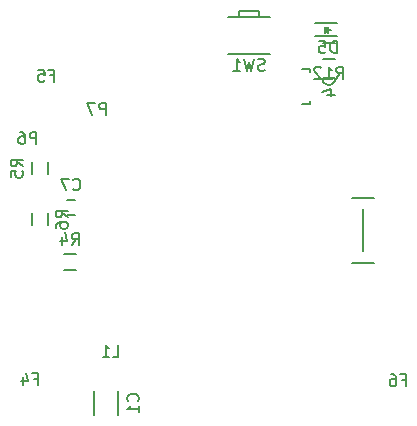
<source format=gbo>
G04 #@! TF.FileFunction,Legend,Bot*
%FSLAX46Y46*%
G04 Gerber Fmt 4.6, Leading zero omitted, Abs format (unit mm)*
G04 Created by KiCad (PCBNEW 4.0.1-stable) date Tuesday, May 24, 2016 'PMt' 11:55:59 PM*
%MOMM*%
G01*
G04 APERTURE LIST*
%ADD10C,0.100000*%
%ADD11C,0.150000*%
G04 APERTURE END LIST*
D10*
D11*
X138945000Y-121650000D02*
X138945000Y-123650000D01*
X136895000Y-123650000D02*
X136895000Y-121650000D01*
X135290000Y-105480000D02*
X134590000Y-105480000D01*
X134590000Y-106680000D02*
X135290000Y-106680000D01*
X155191000Y-94540840D02*
X155191000Y-94589100D01*
X154489960Y-97339820D02*
X155191000Y-97339820D01*
X155191000Y-97339820D02*
X155191000Y-97090900D01*
X155191000Y-94540840D02*
X155191000Y-94340180D01*
X155191000Y-94340180D02*
X154489960Y-94340180D01*
X155580000Y-90500000D02*
X157480000Y-90500000D01*
X155580000Y-91600000D02*
X157480000Y-91600000D01*
X156480000Y-91050000D02*
X156930000Y-91050000D01*
X156430000Y-91300000D02*
X156430000Y-90800000D01*
X156430000Y-91050000D02*
X156680000Y-91300000D01*
X156680000Y-91300000D02*
X156680000Y-90800000D01*
X156680000Y-90800000D02*
X156430000Y-91050000D01*
X158725000Y-105240000D02*
X160575000Y-105240000D01*
X158725000Y-110760000D02*
X160575000Y-110760000D01*
X159650000Y-109800000D02*
X159650000Y-106200000D01*
X134340000Y-111365000D02*
X135340000Y-111365000D01*
X135340000Y-110015000D02*
X134340000Y-110015000D01*
X132955000Y-103260000D02*
X132955000Y-102260000D01*
X131605000Y-102260000D02*
X131605000Y-103260000D01*
X131615000Y-106590000D02*
X131615000Y-107590000D01*
X132965000Y-107590000D02*
X132965000Y-106590000D01*
X157260000Y-92155000D02*
X156260000Y-92155000D01*
X156260000Y-93505000D02*
X157260000Y-93505000D01*
X150840000Y-89985000D02*
X150840000Y-89435000D01*
X150840000Y-89435000D02*
X149140000Y-89435000D01*
X149140000Y-89435000D02*
X149140000Y-89985000D01*
X148240000Y-93085000D02*
X151740000Y-93085000D01*
X151740000Y-89985000D02*
X148240000Y-89985000D01*
X162953333Y-120688571D02*
X163286667Y-120688571D01*
X163286667Y-121212381D02*
X163286667Y-120212381D01*
X162810476Y-120212381D01*
X162000952Y-120212381D02*
X162191429Y-120212381D01*
X162286667Y-120260000D01*
X162334286Y-120307619D01*
X162429524Y-120450476D01*
X162477143Y-120640952D01*
X162477143Y-121021905D01*
X162429524Y-121117143D01*
X162381905Y-121164762D01*
X162286667Y-121212381D01*
X162096190Y-121212381D01*
X162000952Y-121164762D01*
X161953333Y-121117143D01*
X161905714Y-121021905D01*
X161905714Y-120783810D01*
X161953333Y-120688571D01*
X162000952Y-120640952D01*
X162096190Y-120593333D01*
X162286667Y-120593333D01*
X162381905Y-120640952D01*
X162429524Y-120688571D01*
X162477143Y-120783810D01*
X133163333Y-94898571D02*
X133496667Y-94898571D01*
X133496667Y-95422381D02*
X133496667Y-94422381D01*
X133020476Y-94422381D01*
X132163333Y-94422381D02*
X132639524Y-94422381D01*
X132687143Y-94898571D01*
X132639524Y-94850952D01*
X132544286Y-94803333D01*
X132306190Y-94803333D01*
X132210952Y-94850952D01*
X132163333Y-94898571D01*
X132115714Y-94993810D01*
X132115714Y-95231905D01*
X132163333Y-95327143D01*
X132210952Y-95374762D01*
X132306190Y-95422381D01*
X132544286Y-95422381D01*
X132639524Y-95374762D01*
X132687143Y-95327143D01*
X131793333Y-120588571D02*
X132126667Y-120588571D01*
X132126667Y-121112381D02*
X132126667Y-120112381D01*
X131650476Y-120112381D01*
X130840952Y-120445714D02*
X130840952Y-121112381D01*
X131079048Y-120064762D02*
X131317143Y-120779048D01*
X130698095Y-120779048D01*
X140577143Y-122483334D02*
X140624762Y-122435715D01*
X140672381Y-122292858D01*
X140672381Y-122197620D01*
X140624762Y-122054762D01*
X140529524Y-121959524D01*
X140434286Y-121911905D01*
X140243810Y-121864286D01*
X140100952Y-121864286D01*
X139910476Y-121911905D01*
X139815238Y-121959524D01*
X139720000Y-122054762D01*
X139672381Y-122197620D01*
X139672381Y-122292858D01*
X139720000Y-122435715D01*
X139767619Y-122483334D01*
X140672381Y-123435715D02*
X140672381Y-122864286D01*
X140672381Y-123150000D02*
X139672381Y-123150000D01*
X139815238Y-123054762D01*
X139910476Y-122959524D01*
X139958095Y-122864286D01*
X135106666Y-104537143D02*
X135154285Y-104584762D01*
X135297142Y-104632381D01*
X135392380Y-104632381D01*
X135535238Y-104584762D01*
X135630476Y-104489524D01*
X135678095Y-104394286D01*
X135725714Y-104203810D01*
X135725714Y-104060952D01*
X135678095Y-103870476D01*
X135630476Y-103775238D01*
X135535238Y-103680000D01*
X135392380Y-103632381D01*
X135297142Y-103632381D01*
X135154285Y-103680000D01*
X135106666Y-103727619D01*
X134773333Y-103632381D02*
X134106666Y-103632381D01*
X134535238Y-104632381D01*
X157243141Y-95101905D02*
X156243141Y-95101905D01*
X156243141Y-95340000D01*
X156290760Y-95482858D01*
X156385998Y-95578096D01*
X156481236Y-95625715D01*
X156671712Y-95673334D01*
X156814570Y-95673334D01*
X157005046Y-95625715D01*
X157100284Y-95578096D01*
X157195522Y-95482858D01*
X157243141Y-95340000D01*
X157243141Y-95101905D01*
X156576474Y-96530477D02*
X157243141Y-96530477D01*
X156195522Y-96292381D02*
X156909808Y-96054286D01*
X156909808Y-96673334D01*
X157418095Y-93002381D02*
X157418095Y-92002381D01*
X157180000Y-92002381D01*
X157037142Y-92050000D01*
X156941904Y-92145238D01*
X156894285Y-92240476D01*
X156846666Y-92430952D01*
X156846666Y-92573810D01*
X156894285Y-92764286D01*
X156941904Y-92859524D01*
X157037142Y-92954762D01*
X157180000Y-93002381D01*
X157418095Y-93002381D01*
X155941904Y-92002381D02*
X156418095Y-92002381D01*
X156465714Y-92478571D01*
X156418095Y-92430952D01*
X156322857Y-92383333D01*
X156084761Y-92383333D01*
X155989523Y-92430952D01*
X155941904Y-92478571D01*
X155894285Y-92573810D01*
X155894285Y-92811905D01*
X155941904Y-92907143D01*
X155989523Y-92954762D01*
X156084761Y-93002381D01*
X156322857Y-93002381D01*
X156418095Y-92954762D01*
X156465714Y-92907143D01*
X138465726Y-118713621D02*
X138941917Y-118713621D01*
X138941917Y-117713621D01*
X137608583Y-118713621D02*
X138180012Y-118713621D01*
X137894298Y-118713621D02*
X137894298Y-117713621D01*
X137989536Y-117856478D01*
X138084774Y-117951716D01*
X138180012Y-117999335D01*
X131998095Y-100692381D02*
X131998095Y-99692381D01*
X131617142Y-99692381D01*
X131521904Y-99740000D01*
X131474285Y-99787619D01*
X131426666Y-99882857D01*
X131426666Y-100025714D01*
X131474285Y-100120952D01*
X131521904Y-100168571D01*
X131617142Y-100216190D01*
X131998095Y-100216190D01*
X130569523Y-99692381D02*
X130760000Y-99692381D01*
X130855238Y-99740000D01*
X130902857Y-99787619D01*
X130998095Y-99930476D01*
X131045714Y-100120952D01*
X131045714Y-100501905D01*
X130998095Y-100597143D01*
X130950476Y-100644762D01*
X130855238Y-100692381D01*
X130664761Y-100692381D01*
X130569523Y-100644762D01*
X130521904Y-100597143D01*
X130474285Y-100501905D01*
X130474285Y-100263810D01*
X130521904Y-100168571D01*
X130569523Y-100120952D01*
X130664761Y-100073333D01*
X130855238Y-100073333D01*
X130950476Y-100120952D01*
X130998095Y-100168571D01*
X131045714Y-100263810D01*
X137888095Y-98252381D02*
X137888095Y-97252381D01*
X137507142Y-97252381D01*
X137411904Y-97300000D01*
X137364285Y-97347619D01*
X137316666Y-97442857D01*
X137316666Y-97585714D01*
X137364285Y-97680952D01*
X137411904Y-97728571D01*
X137507142Y-97776190D01*
X137888095Y-97776190D01*
X136983333Y-97252381D02*
X136316666Y-97252381D01*
X136745238Y-98252381D01*
X135006666Y-109242381D02*
X135340000Y-108766190D01*
X135578095Y-109242381D02*
X135578095Y-108242381D01*
X135197142Y-108242381D01*
X135101904Y-108290000D01*
X135054285Y-108337619D01*
X135006666Y-108432857D01*
X135006666Y-108575714D01*
X135054285Y-108670952D01*
X135101904Y-108718571D01*
X135197142Y-108766190D01*
X135578095Y-108766190D01*
X134149523Y-108575714D02*
X134149523Y-109242381D01*
X134387619Y-108194762D02*
X134625714Y-108909048D01*
X134006666Y-108909048D01*
X130832381Y-102593334D02*
X130356190Y-102260000D01*
X130832381Y-102021905D02*
X129832381Y-102021905D01*
X129832381Y-102402858D01*
X129880000Y-102498096D01*
X129927619Y-102545715D01*
X130022857Y-102593334D01*
X130165714Y-102593334D01*
X130260952Y-102545715D01*
X130308571Y-102498096D01*
X130356190Y-102402858D01*
X130356190Y-102021905D01*
X129832381Y-103498096D02*
X129832381Y-103021905D01*
X130308571Y-102974286D01*
X130260952Y-103021905D01*
X130213333Y-103117143D01*
X130213333Y-103355239D01*
X130260952Y-103450477D01*
X130308571Y-103498096D01*
X130403810Y-103545715D01*
X130641905Y-103545715D01*
X130737143Y-103498096D01*
X130784762Y-103450477D01*
X130832381Y-103355239D01*
X130832381Y-103117143D01*
X130784762Y-103021905D01*
X130737143Y-102974286D01*
X134642381Y-106923334D02*
X134166190Y-106590000D01*
X134642381Y-106351905D02*
X133642381Y-106351905D01*
X133642381Y-106732858D01*
X133690000Y-106828096D01*
X133737619Y-106875715D01*
X133832857Y-106923334D01*
X133975714Y-106923334D01*
X134070952Y-106875715D01*
X134118571Y-106828096D01*
X134166190Y-106732858D01*
X134166190Y-106351905D01*
X133642381Y-107780477D02*
X133642381Y-107590000D01*
X133690000Y-107494762D01*
X133737619Y-107447143D01*
X133880476Y-107351905D01*
X134070952Y-107304286D01*
X134451905Y-107304286D01*
X134547143Y-107351905D01*
X134594762Y-107399524D01*
X134642381Y-107494762D01*
X134642381Y-107685239D01*
X134594762Y-107780477D01*
X134547143Y-107828096D01*
X134451905Y-107875715D01*
X134213810Y-107875715D01*
X134118571Y-107828096D01*
X134070952Y-107780477D01*
X134023333Y-107685239D01*
X134023333Y-107494762D01*
X134070952Y-107399524D01*
X134118571Y-107351905D01*
X134213810Y-107304286D01*
X157402857Y-95182381D02*
X157736191Y-94706190D01*
X157974286Y-95182381D02*
X157974286Y-94182381D01*
X157593333Y-94182381D01*
X157498095Y-94230000D01*
X157450476Y-94277619D01*
X157402857Y-94372857D01*
X157402857Y-94515714D01*
X157450476Y-94610952D01*
X157498095Y-94658571D01*
X157593333Y-94706190D01*
X157974286Y-94706190D01*
X156450476Y-95182381D02*
X157021905Y-95182381D01*
X156736191Y-95182381D02*
X156736191Y-94182381D01*
X156831429Y-94325238D01*
X156926667Y-94420476D01*
X157021905Y-94468095D01*
X156069524Y-94277619D02*
X156021905Y-94230000D01*
X155926667Y-94182381D01*
X155688571Y-94182381D01*
X155593333Y-94230000D01*
X155545714Y-94277619D01*
X155498095Y-94372857D01*
X155498095Y-94468095D01*
X155545714Y-94610952D01*
X156117143Y-95182381D01*
X155498095Y-95182381D01*
X151323333Y-94439762D02*
X151180476Y-94487381D01*
X150942380Y-94487381D01*
X150847142Y-94439762D01*
X150799523Y-94392143D01*
X150751904Y-94296905D01*
X150751904Y-94201667D01*
X150799523Y-94106429D01*
X150847142Y-94058810D01*
X150942380Y-94011190D01*
X151132857Y-93963571D01*
X151228095Y-93915952D01*
X151275714Y-93868333D01*
X151323333Y-93773095D01*
X151323333Y-93677857D01*
X151275714Y-93582619D01*
X151228095Y-93535000D01*
X151132857Y-93487381D01*
X150894761Y-93487381D01*
X150751904Y-93535000D01*
X150418571Y-93487381D02*
X150180476Y-94487381D01*
X149989999Y-93773095D01*
X149799523Y-94487381D01*
X149561428Y-93487381D01*
X148656666Y-94487381D02*
X149228095Y-94487381D01*
X148942381Y-94487381D02*
X148942381Y-93487381D01*
X149037619Y-93630238D01*
X149132857Y-93725476D01*
X149228095Y-93773095D01*
M02*

</source>
